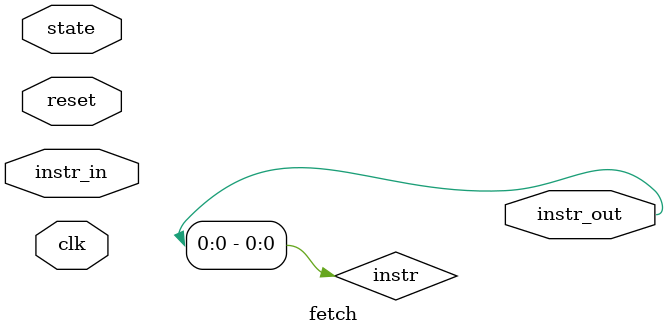
<source format=sv>
module fetch (
    input logic [2:0] state,
    input clk,
    input reset,
    input [31:0] instr_in,
    output [31:0] instr_out
);
    reg [31:0] instr_reg;

    always @(posedge clk or posedge reset) begin
        if (reset)
            instr_reg <= 32'h0;
        else if (state == 3'b000)
            instr_reg <= instr_in;
    end

    assign instr = instr_out;

endmodule

</source>
